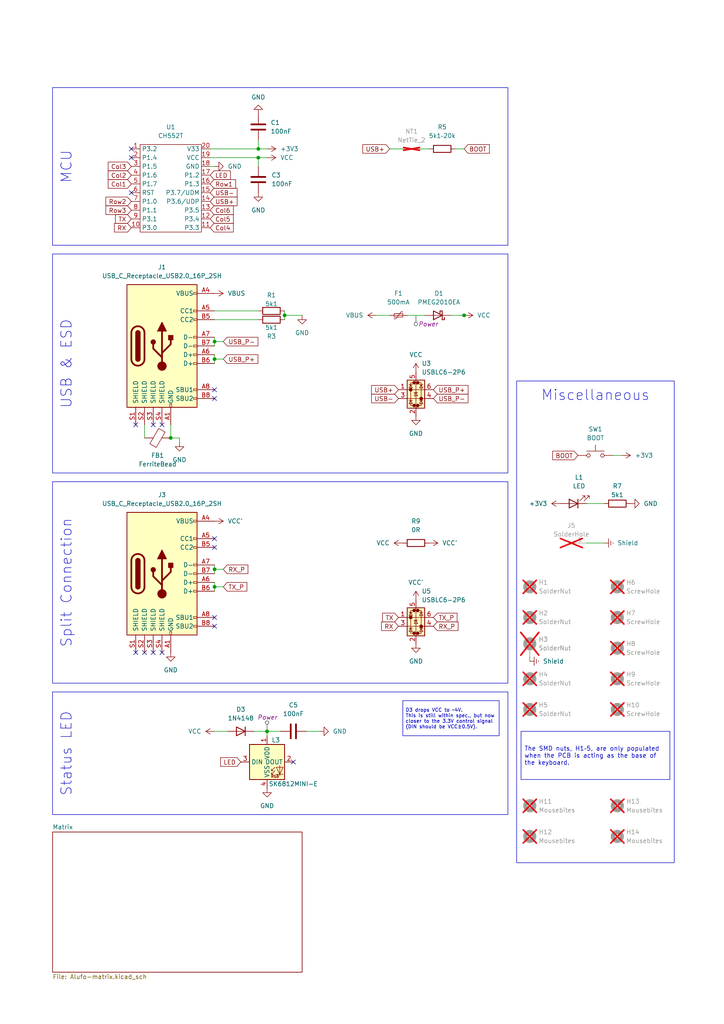
<source format=kicad_sch>
(kicad_sch (version 20231120) (generator "eeschema") (generator_version "8.0")
  (paper "A4" portrait)
  (title_block (title "Alufo ") (rev "1.0L") (company "bgkendall") (comment 1 "Split one-layer reversible keyboard PCB (lefthand side)"))
  (lib_symbols
    (symbol "Connector:Conn_01x01_Socket" (pin_names (offset 1.016) hide)
      (property "Reference" "J" (at 0 2.54 0))
      (property "Value" "Conn_01x01_Socket" (at 0 -2.54 0))
      (symbol "Conn_01x01_Socket_1_1"
        (polyline (pts (xy -1.27 0) (xy -0.508 0)) (stroke (width 0.1524)))
        (arc (start 0 0.508) (mid -0.5058 0) (end 0 -0.508) (stroke (width 0.1524)))
        (pin passive line (at -5.08 0 0) (length 3.81) (name "Pin_1") (number "1"))
      )
    )
    (symbol "Device:C" (pin_numbers hide) (pin_names (offset 0.254))
      (property "Reference" "C" (at 0.635 2.54 0))
      (property "Value" "C" (at 0.635 -2.54 0))
      (symbol "C_0_1"
        (polyline (pts (xy -2.032 -0.762) (xy 2.032 -0.762)) (stroke (width 0.508)))
        (polyline (pts (xy -2.032 0.762) (xy 2.032 0.762)) (stroke (width 0.508)))
      )
      (symbol "C_1_1"
        (pin passive line (at 0 3.81 270) (length 2.794) (name "~") (number "1"))
        (pin passive line (at 0 -3.81 90) (length 2.794) (name "~") (number "2"))
      )
    )
    (symbol "Device:D" (pin_numbers hide) (pin_names (offset 1.016) hide)
      (property "Reference" "D" (at 0 2.54 0))
      (property "Value" "D" (at 0 -2.54 0))
      (symbol "D_0_1"
        (polyline (pts (xy -1.27 1.27) (xy -1.27 -1.27)) (stroke (width 0.254)))
        (polyline (pts (xy 1.27 0) (xy -1.27 0)))
        (polyline (pts (xy 1.27 1.27) (xy 1.27 -1.27) (xy -1.27 0) (xy 1.27 1.27)) (stroke (width 0.254)))
      )
      (symbol "D_1_1"
        (pin passive line (at -3.81 0 0) (length 2.54) (name "K") (number "1"))
        (pin passive line (at 3.81 0 180) (length 2.54) (name "A") (number "2"))
      )
    )
    (symbol "Device:D_Schottky" (pin_numbers hide) (pin_names (offset 1.016) hide)
      (property "Reference" "D" (at 0 2.54 0))
      (property "Value" "D_Schottky" (at 0 -2.54 0))
      (symbol "D_Schottky_0_1"
        (polyline (pts (xy 1.27 0) (xy -1.27 0)))
        (polyline (pts (xy 1.27 1.27) (xy 1.27 -1.27) (xy -1.27 0) (xy 1.27 1.27)) (stroke (width 0.254)))
        (polyline (pts (xy -1.905 0.635) (xy -1.905 1.27) (xy -1.27 1.27) (xy -1.27 -1.27) (xy -0.635 -1.27) (xy -0.635 -0.635)) (stroke (width 0.254)))
      )
      (symbol "D_Schottky_1_1"
        (pin passive line (at -3.81 0 0) (length 2.54) (name "K") (number "1"))
        (pin passive line (at 3.81 0 180) (length 2.54) (name "A") (number "2"))
      )
    )
    (symbol "Device:FerriteBead" (pin_numbers hide) (pin_names (offset 0))
      (property "Reference" "FB" (at -3.81 0.635 90))
      (property "Value" "FerriteBead" (at 3.81 0 90))
      (symbol "FerriteBead_0_1"
        (polyline (pts (xy 0 -1.27) (xy 0 -1.2192)))
        (polyline (pts (xy 0 1.27) (xy 0 1.2954)))
        (polyline (pts (xy -2.7686 0.4064) (xy -1.7018 2.2606) (xy 2.7686 -0.3048) (xy 1.6764 -2.159) (xy -2.7686 0.4064)))
      )
      (symbol "FerriteBead_1_1"
        (pin passive line (at 0 3.81 270) (length 2.54) (name "~") (number "1"))
        (pin passive line (at 0 -3.81 90) (length 2.54) (name "~") (number "2"))
      )
    )
    (symbol "Device:LED" (pin_numbers hide) (pin_names (offset 1.016) hide)
      (property "Reference" "D" (at 0 2.54 0))
      (property "Value" "LED" (at 0 -2.54 0))
      (symbol "LED_0_1"
        (polyline (pts (xy -1.27 -1.27) (xy -1.27 1.27)) (stroke (width 0.254)))
        (polyline (pts (xy -1.27 0) (xy 1.27 0)))
        (polyline (pts (xy 1.27 -1.27) (xy 1.27 1.27) (xy -1.27 0) (xy 1.27 -1.27)) (stroke (width 0.254)))
        (polyline (pts (xy -3.048 -0.762) (xy -4.572 -2.286) (xy -3.81 -2.286) (xy -4.572 -2.286) (xy -4.572 -1.524)))
        (polyline (pts (xy -1.778 -0.762) (xy -3.302 -2.286) (xy -2.54 -2.286) (xy -3.302 -2.286) (xy -3.302 -1.524)))
      )
      (symbol "LED_1_1"
        (pin passive line (at -3.81 0 0) (length 2.54) (name "K") (number "1"))
        (pin passive line (at 3.81 0 180) (length 2.54) (name "A") (number "2"))
      )
    )
    (symbol "Device:NetTie_2" (pin_numbers hide) (pin_names (offset 0) hide) (in_bom no)
      (property "Reference" "NT" (at 0 1.27 0))
      (property "Value" "NetTie_2" (at 0 -1.27 0))
      (symbol "NetTie_2_0_1"
        (polyline (pts (xy -1.27 0) (xy 1.27 0)) (stroke (width 0.254)))
      )
      (symbol "NetTie_2_1_1"
        (pin passive line (at -2.54 0 0) (length 2.54) (name "1") (number "1"))
        (pin passive line (at 2.54 0 180) (length 2.54) (name "2") (number "2"))
      )
    )
    (symbol "Device:Polyfuse_Small" (pin_numbers hide) (pin_names (offset 0))
      (property "Reference" "F" (at -1.905 0 90))
      (property "Value" "Polyfuse_Small" (at 1.905 0 90))
      (symbol "Polyfuse_Small_0_1"
        (rectangle (start -0.508 1.27) (end 0.508 -1.27))
        (polyline (pts (xy 0 2.54) (xy 0 -2.54)))
        (polyline (pts (xy -1.016 1.27) (xy -1.016 0.762) (xy 1.016 -0.762) (xy 1.016 -1.27)))
      )
      (symbol "Polyfuse_Small_1_1"
        (pin passive line (at 0 2.54 270) (length 0.635) (name "~") (number "1"))
        (pin passive line (at 0 -2.54 90) (length 0.635) (name "~") (number "2"))
      )
    )
    (symbol "Device:R" (pin_numbers hide) (pin_names (offset 0))
      (property "Reference" "R" (at 2.032 0 90))
      (property "Value" "R" (at 0 0 90))
      (symbol "R_0_1"
        (rectangle (start -1.016 -2.54) (end 1.016 2.54) (stroke (width 0.254)))
      )
      (symbol "R_1_1"
        (pin passive line (at 0 3.81 270) (length 1.27) (name "~") (number "1"))
        (pin passive line (at 0 -3.81 90) (length 1.27) (name "~") (number "2"))
      )
    )
    (symbol "Mechanical:MountingHole" (pin_names (offset 1.016)) (exclude_from_sim yes) (in_bom no)
      (property "Reference" "H" (at 0 5.08 0))
      (property "Value" "MountingHole" (at 0 3.175 0))
      (symbol "MountingHole_0_1"
        (circle (center 0 0) (radius 1.27) (stroke (width 1.27)))
      )
    )
    (symbol "Mechanical:MountingHole_Pad" (pin_numbers hide) (pin_names (offset 1.016) hide) (exclude_from_sim yes) (in_bom no)
      (property "Reference" "H" (at 0 6.35 0))
      (property "Value" "MountingHole_Pad" (at 0 4.445 0))
      (symbol "MountingHole_Pad_0_1"
        (circle (center 0 1.27) (radius 1.27) (stroke (width 1.27)))
      )
      (symbol "MountingHole_Pad_1_1"
        (pin input line (at 0 -2.54 90) (length 2.54) (name "1") (number "1"))
      )
    )
    (symbol "PCM_marbastlib-various:SK6812MINI-E"
      (property "Reference" "LED" (at 2.54 6.35 0))
      (property "Value" "SK6812MINI-E" (at 7.62 -6.35 0))
      (symbol "SK6812MINI-E_0_0"
        (text "RGB" (at 2.286 -4.191 0) (effects (font (size 0.762 0.762))))
      )
      (symbol "SK6812MINI-E_0_1"
        (polyline (pts (xy 1.27 -3.556) (xy 1.778 -3.556)))
        (polyline (pts (xy 1.27 -2.54) (xy 1.778 -2.54)))
        (polyline (pts (xy 4.699 -3.556) (xy 2.667 -3.556)))
        (polyline (pts (xy 2.286 -2.54) (xy 1.27 -3.556) (xy 1.27 -3.048)))
        (polyline (pts (xy 2.286 -1.524) (xy 1.27 -2.54) (xy 1.27 -2.032)))
        (polyline (pts (xy 3.683 -1.016) (xy 3.683 -3.556) (xy 3.683 -4.064)))
        (polyline (pts (xy 4.699 -1.524) (xy 2.667 -1.524) (xy 3.683 -3.556) (xy 4.699 -1.524)))
        (rectangle (start 5.08 5.08) (end -5.08 -5.08) (stroke (width 0.254)) (fill (type background)))
      )
      (symbol "SK6812MINI-E_1_1"
        (pin power_in line (at 0 7.62 270) (length 2.54) (name "VDD") (number "1"))
        (pin output line (at 7.62 0 180) (length 2.54) (name "DOUT") (number "2"))
        (pin input line (at -7.62 0 0) (length 2.54) (name "DIN") (number "3"))
        (pin power_in line (at 0 -7.62 90) (length 2.54) (name "VSS") (number "4"))
      )
    )
    (symbol "Power_Protection:USBLC6-2P6" (pin_names hide)
      (property "Reference" "U" (at 0.635 5.715 0))
      (property "Value" "USBLC6-2P6" (at 0.635 3.81 0))
      (symbol "USBLC6-2P6_0_0"
        (circle (center -1.524 0) (radius 0.0001) (stroke (width 0.508)))
        (circle (center -0.508 -4.572) (radius 0.0001) (stroke (width 0.508)))
        (circle (center -0.508 2.032) (radius 0.0001) (stroke (width 0.508)))
        (circle (center 0.508 -4.572) (radius 0.0001) (stroke (width 0.508)))
        (circle (center 0.508 2.032) (radius 0.0001) (stroke (width 0.508)))
        (circle (center 1.524 -2.54) (radius 0.0001) (stroke (width 0.508)))
      )
      (symbol "USBLC6-2P6_0_1"
        (polyline (pts (xy -2.54 -2.54) (xy 2.54 -2.54)))
        (polyline (pts (xy -2.54 0) (xy 2.54 0)))
        (polyline (pts (xy -2.032 -3.048) (xy -1.016 -3.048)))
        (polyline (pts (xy -1.016 1.524) (xy -2.032 1.524)))
        (polyline (pts (xy 1.016 -3.048) (xy 2.032 -3.048)))
        (polyline (pts (xy 1.016 1.524) (xy 2.032 1.524)))
        (polyline (pts (xy -0.508 -1.143) (xy -0.508 -0.762) (xy 0.508 -0.762)))
        (polyline (pts (xy -2.032 0.508) (xy -1.016 0.508) (xy -1.524 1.524) (xy -2.032 0.508)))
        (polyline (pts (xy -1.016 -4.064) (xy -2.032 -4.064) (xy -1.524 -3.048) (xy -1.016 -4.064)))
        (polyline (pts (xy 0.508 -1.778) (xy -0.508 -1.778) (xy 0 -0.762) (xy 0.508 -1.778)))
        (polyline (pts (xy 2.032 -4.064) (xy 1.016 -4.064) (xy 1.524 -3.048) (xy 2.032 -4.064)))
        (polyline (pts (xy 2.032 0.508) (xy 1.016 0.508) (xy 1.524 1.524) (xy 2.032 0.508)))
        (polyline (pts (xy 0 2.54) (xy -0.508 2.032) (xy 0.508 2.032) (xy 0 1.524) (xy 0 -4.064) (xy -0.508 -4.572) (xy 0.508 -4.572) (xy 0 -5.08)))
      )
      (symbol "USBLC6-2P6_1_1"
        (rectangle (start -2.54 2.794) (end 2.54 -5.334) (stroke (width 0.254)) (fill (type background)))
        (polyline (pts (xy -0.508 2.032) (xy -1.524 2.032) (xy -1.524 -4.572) (xy -0.508 -4.572)))
        (polyline (pts (xy 0.508 -4.572) (xy 1.524 -4.572) (xy 1.524 2.032) (xy 0.508 2.032)))
        (pin passive line (at -5.08 0 0) (length 2.54) (name "I/O1") (number "1"))
        (pin passive line (at 0 -7.62 90) (length 2.54) (name "GND") (number "2"))
        (pin passive line (at -5.08 -2.54 0) (length 2.54) (name "I/O2") (number "3"))
        (pin passive line (at 5.08 -2.54 180) (length 2.54) (name "I/O2") (number "4"))
        (pin passive line (at 0 5.08 270) (length 2.54) (name "VBUS") (number "5"))
        (pin passive line (at 5.08 0 180) (length 2.54) (name "I/O1") (number "6"))
      )
    )
    (symbol "Project Library:MCU_CH552T_TSSOP-20"
      (property "Reference" "U1" (at 0.254 13.97 0))
      (property "Value" "CH552T" (at 0.254 11.43 0))
      (symbol "MCU_CH552T_TSSOP-20_0_1"
        (rectangle (start -8.89 10.16) (end 8.89 -15.24))
      )
      (symbol "MCU_CH552T_TSSOP-20_1_1"
        (pin input line (at -11.43 8.89 0) (length 2.54) (name "P3.2") (number "1"))
        (pin input line (at -11.43 -13.97 0) (length 2.54) (name "P3.0") (number "10"))
        (pin input line (at 11.43 -13.97 180) (length 2.54) (name "P3.3") (number "11"))
        (pin input line (at 11.43 -11.43 180) (length 2.54) (name "P3.4") (number "12"))
        (pin input line (at 11.43 -8.89 180) (length 2.54) (name "P3.5") (number "13"))
        (pin input line (at 11.43 -6.35 180) (length 2.54) (name "P3.6/UDP") (number "14"))
        (pin input line (at 11.43 -3.81 180) (length 2.54) (name "P3.7/UDM") (number "15"))
        (pin input line (at 11.43 -1.27 180) (length 2.54) (name "P1.3") (number "16"))
        (pin input line (at 11.43 1.27 180) (length 2.54) (name "P1.2") (number "17"))
        (pin input line (at 11.43 3.81 180) (length 2.54) (name "GND") (number "18"))
        (pin input line (at 11.43 6.35 180) (length 2.54) (name "VCC") (number "19"))
        (pin input line (at -11.43 6.35 0) (length 2.54) (name "P1.4") (number "2"))
        (pin input line (at 11.43 8.89 180) (length 2.54) (name "V33") (number "20"))
        (pin input line (at -11.43 3.81 0) (length 2.54) (name "P1.5") (number "3"))
        (pin input line (at -11.43 1.27 0) (length 2.54) (name "P1.6") (number "4"))
        (pin input line (at -11.43 -1.27 0) (length 2.54) (name "P1.7") (number "5"))
        (pin input line (at -11.43 -3.81 0) (length 2.54) (name "RST") (number "6"))
        (pin input line (at -11.43 -6.35 0) (length 2.54) (name "P1.0") (number "7"))
        (pin input line (at -11.43 -8.89 0) (length 2.54) (name "P1.1") (number "8"))
        (pin input line (at -11.43 -11.43 0) (length 2.54) (name "P3.1") (number "9"))
      )
    )
    (symbol "Project Library:USB_C_Receptacle_USB2.0_16P_2SH" (pin_names (offset 1.016))
      (property "Reference" "J" (at 0 22.225 0))
      (property "Value" "USB_C_Receptacle_USB2.0_16P_2SH" (at 0 19.685 0))
      (symbol "USB_C_Receptacle_USB2.0_16P_2SH_0_0"
        (rectangle (start 2.286 -17.78) (end 2.794 -16.764))
        (rectangle (start 10.16 -14.986) (end 9.144 -15.494))
        (rectangle (start 10.16 -12.446) (end 9.144 -12.954))
        (rectangle (start 10.16 -4.826) (end 9.144 -5.334))
        (rectangle (start 10.16 -2.286) (end 9.144 -2.794))
        (rectangle (start 10.16 0.254) (end 9.144 -0.254))
        (rectangle (start 10.16 2.794) (end 9.144 2.286))
        (rectangle (start 10.16 7.874) (end 9.144 7.366))
        (rectangle (start 10.16 10.414) (end 9.144 9.906))
        (rectangle (start 10.16 15.494) (end 9.144 14.986))
      )
      (symbol "USB_C_Receptacle_USB2.0_16P_2SH_0_1"
        (rectangle (start -10.16 17.78) (end 10.16 -17.78) (stroke (width 0.254)) (fill (type background)))
        (arc (start -8.89 -3.81) (mid -6.985 -5.7067) (end -5.08 -3.81) (stroke (width 0.508)))
        (arc (start -7.62 -3.81) (mid -6.985 -4.4423) (end -6.35 -3.81) (stroke (width 0.254)))
        (arc (start -7.62 -3.81) (mid -6.985 -4.4423) (end -6.35 -3.81) (stroke (width 0.254)) (fill (type outline)))
        (rectangle (start -7.62 -3.81) (end -6.35 3.81) (stroke (width 0.254)) (fill (type outline)))
        (arc (start -6.35 3.81) (mid -6.985 4.4423) (end -7.62 3.81) (stroke (width 0.254)))
        (arc (start -6.35 3.81) (mid -6.985 4.4423) (end -7.62 3.81) (stroke (width 0.254)) (fill (type outline)))
        (arc (start -5.08 3.81) (mid -6.985 5.7067) (end -8.89 3.81) (stroke (width 0.508)))
        (circle (center -2.54 1.143) (radius 0.635) (stroke (width 0.254)) (fill (type outline)))
        (circle (center 0 -5.842) (radius 1.27) (fill (type outline)))
        (polyline (pts (xy -8.89 -3.81) (xy -8.89 3.81)) (stroke (width 0.508)))
        (polyline (pts (xy -5.08 3.81) (xy -5.08 -3.81)) (stroke (width 0.508)))
        (polyline (pts (xy 0 -5.842) (xy 0 4.318)) (stroke (width 0.508)))
        (polyline (pts (xy 0 -3.302) (xy -2.54 -0.762) (xy -2.54 0.508)) (stroke (width 0.508)))
        (polyline (pts (xy 0 -2.032) (xy 2.54 0.508) (xy 2.54 1.778)) (stroke (width 0.508)))
        (polyline (pts (xy -1.27 4.318) (xy 0 6.858) (xy 1.27 4.318) (xy -1.27 4.318)) (stroke (width 0.254)) (fill (type outline)))
        (rectangle (start 1.905 1.778) (end 3.175 3.048) (stroke (width 0.254)) (fill (type outline)))
      )
      (symbol "USB_C_Receptacle_USB2.0_16P_2SH_1_1"
        (pin passive line (at 2.54 -22.86 90) (length 5.08) (name "GND") (number "A1"))
        (pin passive line (at 2.54 -22.86 90) (length 5.08) hide (name "GND") (number "A12"))
        (pin passive line (at 15.24 15.24 180) (length 5.08) (name "VBUS") (number "A4"))
        (pin bidirectional line (at 15.24 10.16 180) (length 5.08) (name "CC1") (number "A5"))
        (pin bidirectional line (at 15.24 -2.54 180) (length 5.08) (name "D+") (number "A6"))
        (pin bidirectional line (at 15.24 2.54 180) (length 5.08) (name "D-") (number "A7"))
        (pin bidirectional line (at 15.24 -12.7 180) (length 5.08) (name "SBU1") (number "A8"))
        (pin passive line (at 15.24 15.24 180) (length 5.08) hide (name "VBUS") (number "A9"))
        (pin passive line (at 2.54 -22.86 90) (length 5.08) hide (name "GND") (number "B1"))
        (pin passive line (at 2.54 -22.86 90) (length 5.08) hide (name "GND") (number "B12"))
        (pin passive line (at 15.24 15.24 180) (length 5.08) hide (name "VBUS") (number "B4"))
        (pin bidirectional line (at 15.24 7.62 180) (length 5.08) (name "CC2") (number "B5"))
        (pin bidirectional line (at 15.24 -5.08 180) (length 5.08) (name "D+") (number "B6"))
        (pin bidirectional line (at 15.24 0 180) (length 5.08) (name "D-") (number "B7"))
        (pin bidirectional line (at 15.24 -15.24 180) (length 5.08) (name "SBU2") (number "B8"))
        (pin passive line (at 15.24 15.24 180) (length 5.08) hide (name "VBUS") (number "B9"))
        (pin passive line (at -7.62 -22.86 90) (length 5.08) (name "SHIELD") (number "S1"))
        (pin passive line (at -5.08 -22.86 90) (length 5.08) (name "SHIELD") (number "S2"))
        (pin passive line (at -2.54 -22.86 90) (length 5.08) (name "SHIELD") (number "S3"))
        (pin passive line (at 0 -22.86 90) (length 5.08) (name "SHIELD") (number "S4"))
      )
    )
    (symbol "Switch:SW_Push" (pin_numbers hide) (pin_names (offset 1.016) hide)
      (property "Reference" "SW" (at 1.27 2.54 0))
      (property "Value" "SW_Push" (at 0 -1.524 0))
      (symbol "SW_Push_0_1"
        (circle (center -2.032 0) (radius 0.508))
        (polyline (pts (xy 0 1.27) (xy 0 3.048)))
        (polyline (pts (xy 2.54 1.27) (xy -2.54 1.27)))
        (circle (center 2.032 0) (radius 0.508))
        (pin passive line (at -5.08 0 0) (length 2.54) (name "1") (number "1"))
        (pin passive line (at 5.08 0 180) (length 2.54) (name "2") (number "2"))
      )
    )
    (symbol "power:+3V3" (power) (pin_names (offset 0))
      (property "Value" "+3V3" (at 0 3.556 0))
      (symbol "+3V3_0_1"
        (polyline (pts (xy -0.762 1.27) (xy 0 2.54)))
        (polyline (pts (xy 0 0) (xy 0 2.54)))
        (polyline (pts (xy 0 2.54) (xy 0.762 1.27)))
      )
      (symbol "+3V3_1_1"
        (pin power_in line (at 0 0 90) (length 0) hide (name "+3V3") (number "1"))
      )
    )
    (symbol "power:Earth" (power) (pin_numbers hide) (pin_names (offset 0) hide)
      (property "Value" "Earth" (at 0 -3.81 0))
      (symbol "Earth_0_1"
        (polyline (pts (xy -0.635 -1.905) (xy 0.635 -1.905)))
        (polyline (pts (xy -0.127 -2.54) (xy 0.127 -2.54)))
        (polyline (pts (xy 0 -1.27) (xy 0 0)))
        (polyline (pts (xy 1.27 -1.27) (xy -1.27 -1.27)))
      )
      (symbol "Earth_1_1"
        (pin power_in line (at 0 0 270) (length 0) (name "~") (number "1"))
      )
    )
    (symbol "power:GND" (power) (pin_numbers hide) (pin_names (offset 0) hide)
      (property "Value" "GND" (at 0 -3.81 0))
      (symbol "GND_0_1"
        (polyline (pts (xy 0 0) (xy 0 -1.27) (xy 1.27 -1.27) (xy 0 -2.54) (xy -1.27 -1.27) (xy 0 -1.27)))
      )
      (symbol "GND_1_1"
        (pin power_in line (at 0 0 270) (length 0) (name "~") (number "1"))
      )
    )
    (symbol "power:VBUS" (power) (pin_names (offset 0))
      (property "Value" "VBUS" (at 0 3.81 0))
      (symbol "VBUS_0_1"
        (polyline (pts (xy -0.762 1.27) (xy 0 2.54)))
        (polyline (pts (xy 0 0) (xy 0 2.54)))
        (polyline (pts (xy 0 2.54) (xy 0.762 1.27)))
      )
      (symbol "VBUS_1_1"
        (pin power_in line (at 0 0 90) (length 0) hide (name "VBUS") (number "1"))
      )
    )
    (symbol "power:VCC" (power) (pin_names (offset 0))
      (property "Value" "VCC" (at 0 3.81 0))
      (symbol "VCC_0_1"
        (polyline (pts (xy -0.762 1.27) (xy 0 2.54)))
        (polyline (pts (xy 0 0) (xy 0 2.54)))
        (polyline (pts (xy 0 2.54) (xy 0.762 1.27)))
      )
      (symbol "VCC_1_1"
        (pin power_in line (at 0 0 90) (length 0) hide (name "VCC") (number "1"))
      )
    )
  )
  (junction (at 62.23 165.1))
  (junction (at 62.23 170.18))
  (junction (at 74.93 45.72))
  (junction (at 82.55 91.44))
  (junction (at 62.23 104.14))
  (junction (at 74.93 43.18))
  (junction (at 134.62 91.44))
  (junction (at 62.23 99.06))
  (junction (at 49.53 127))
  (junction (at 77.47 212.09))
  (no_connect (at 44.45 123.19))
  (no_connect (at 62.23 156.21))
  (no_connect (at 62.23 181.61))
  (no_connect (at 38.1 55.88))
  (no_connect (at 62.23 115.57))
  (no_connect (at 62.23 113.03))
  (no_connect (at 39.37 189.23))
  (no_connect (at 38.1 43.18))
  (no_connect (at 85.09 220.98))
  (no_connect (at 46.99 123.19))
  (no_connect (at 44.45 189.23))
  (no_connect (at 41.91 189.23))
  (no_connect (at 62.23 158.75))
  (no_connect (at 38.1 45.72))
  (no_connect (at 39.37 123.19))
  (no_connect (at 62.23 179.07))
  (no_connect (at 46.99 189.23))
  (wire (pts (xy 62.23 168.91) (xy 62.23 170.18)))
  (wire (pts (xy 170.18 157.48) (xy 175.26 157.48)))
  (wire (pts (xy 64.77 99.06) (xy 62.23 99.06)))
  (wire (pts (xy 62.23 97.79) (xy 62.23 99.06)))
  (wire (pts (xy 62.23 99.06) (xy 62.23 100.33)))
  (wire (pts (xy 41.91 123.19) (xy 41.91 127)))
  (wire (pts (xy 180.34 132.08) (xy 177.8 132.08)))
  (wire (pts (xy 130.81 91.44) (xy 134.62 91.44)))
  (wire (pts (xy 153.67 191.77) (xy 153.67 190.5)))
  (wire (pts (xy 81.28 212.09) (xy 77.47 212.09)))
  (wire (pts (xy 82.55 90.17) (xy 82.55 91.44)))
  (wire (pts (xy 87.63 91.44) (xy 82.55 91.44)))
  (wire (pts (xy 74.93 45.72) (xy 77.47 45.72)))
  (wire (pts (xy 74.93 48.26) (xy 74.93 45.72)))
  (wire (pts (xy 134.62 91.44) (xy 135.128 91.44)))
  (wire (pts (xy 109.22 91.44) (xy 113.03 91.44)))
  (wire (pts (xy 60.96 43.18) (xy 74.93 43.18)))
  (wire (pts (xy 62.23 165.1) (xy 62.23 166.37)))
  (wire (pts (xy 74.93 92.71) (xy 62.23 92.71)))
  (wire (pts (xy 132.08 43.18) (xy 134.62 43.18)))
  (wire (pts (xy 52.07 127) (xy 52.07 128.27)))
  (wire (pts (xy 62.23 104.14) (xy 62.23 105.41)))
  (wire (pts (xy 64.77 170.18) (xy 62.23 170.18)))
  (wire (pts (xy 62.23 163.83) (xy 62.23 165.1)))
  (wire (pts (xy 52.07 127) (xy 49.53 127)))
  (wire (pts (xy 60.96 48.26) (xy 62.23 48.26)))
  (wire (pts (xy 73.66 212.09) (xy 77.47 212.09)))
  (wire (pts (xy 121.92 43.18) (xy 124.46 43.18)))
  (wire (pts (xy 62.23 170.18) (xy 62.23 171.45)))
  (wire (pts (xy 62.23 212.09) (xy 66.04 212.09)))
  (wire (pts (xy 113.03 43.18) (xy 116.84 43.18)))
  (wire (pts (xy 170.18 146.05) (xy 175.26 146.05)))
  (wire (pts (xy 62.23 102.87) (xy 62.23 104.14)))
  (wire (pts (xy 82.55 91.44) (xy 82.55 92.71)))
  (wire (pts (xy 83.82 220.98) (xy 82.55 220.98)))
  (wire (pts (xy 64.77 165.1) (xy 62.23 165.1)))
  (wire (pts (xy 74.93 90.17) (xy 62.23 90.17)))
  (wire (pts (xy 118.11 91.44) (xy 123.19 91.44)))
  (wire (pts (xy 77.47 212.09) (xy 77.47 213.36)))
  (wire (pts (xy 49.53 123.19) (xy 49.53 127)))
  (wire (pts (xy 74.93 43.18) (xy 77.47 43.18)))
  (wire (pts (xy 60.96 45.72) (xy 74.93 45.72)))
  (wire (pts (xy 74.93 40.64) (xy 74.93 43.18)))
  (wire (pts (xy 92.71 212.09) (xy 88.9 212.09)))
  (wire (pts (xy 64.77 104.14) (xy 62.23 104.14)))
  (text_box "MCU" (at 15.24 25.4 90) (size 132.08 45.72) (effects (font (size 3 3)) (justify top)))
  (text_box "Miscellaneous" (at 149.86 110.49 0) (size 45.72 139.7) (effects (font (size 3 3)) (justify top)))
  (text_box "The SMD nuts, H1–5, are only populated when the PCB is acting as the base of the keyboard." (at 151.13 212.09 0) (size 43.18 13.97) (effects (font (size 1.27 1.27)) (justify left)))
  (text_box "Split Connection" (at 15.24 139.7 90) (size 132.08 58.42) (effects (font (size 3 3)) (justify top)))
  (text_box "USB & ESD" (at 15.24 73.66 90) (size 132.08 63.5) (effects (font (size 3 3)) (justify top)))
  (text_box "D3 drops VCC to ~4V.\nThis is still within spec., but now\ncloser to the 3.3V control signal\n(DIN should be VCC±0.5V)." (at 116.84 203.2 0) (size 27.94 10.16) (effects (font (size 1 1)) (justify left)))
  (text_box "Status LED" (at 15.24 200.66 90) (size 132.08 35.56) (effects (font (size 3 3)) (justify top)))
  (global_label "USB-" (shape input) (at 115.57 115.57 180) (property "Intersheetrefs" "${INTERSHEET_REFS}" (effects (hide yes))))
  (global_label "USB+" (shape input) (at 115.57 113.03 180) (property "Intersheetrefs" "${INTERSHEET_REFS}" (effects (hide yes))))
  (global_label "Col1" (shape input) (at 38.1 53.34 180) (property "Intersheetrefs" "${INTERSHEET_REFS}" (effects (hide yes))))
  (global_label "TX_P" (shape input) (at 125.73 179.07 0) (property "Intersheetrefs" "${INTERSHEET_REFS}" (effects (hide yes))))
  (global_label "Col5" (shape input) (at 60.96 63.5 0) (property "Intersheetrefs" "${INTERSHEET_REFS}" (effects (hide yes))))
  (global_label "USB+" (shape input) (at 60.96 58.42 0) (property "Intersheetrefs" "${INTERSHEET_REFS}" (effects (hide yes))))
  (global_label "Row3" (shape input) (at 38.1 60.96 180) (property "Intersheetrefs" "${INTERSHEET_REFS}" (effects (hide yes))))
  (global_label "USB_P-" (shape input) (at 125.73 115.57 0) (property "Intersheetrefs" "${INTERSHEET_REFS}" (effects (hide yes))))
  (global_label "LED" (shape input) (at 60.96 50.8 0) (property "Intersheetrefs" "${INTERSHEET_REFS}" (effects (hide yes))))
  (global_label "Row2" (shape input) (at 38.1 58.42 180) (property "Intersheetrefs" "${INTERSHEET_REFS}" (effects (hide yes))))
  (global_label "Col3" (shape input) (at 38.1 48.26 180) (property "Intersheetrefs" "${INTERSHEET_REFS}" (effects (hide yes))))
  (global_label "Col2" (shape input) (at 38.1 50.8 180) (property "Intersheetrefs" "${INTERSHEET_REFS}" (effects (hide yes))))
  (global_label "BOOT" (shape input) (at 134.62 43.18 0) (property "Intersheetrefs" "${INTERSHEET_REFS}" (effects (hide yes))))
  (global_label "RX_P" (shape input) (at 64.77 165.1 0) (property "Intersheetrefs" "${INTERSHEET_REFS}" (effects (hide yes))))
  (global_label "USB_P-" (shape input) (at 64.77 99.06 0) (property "Intersheetrefs" "${INTERSHEET_REFS}" (effects (hide yes))))
  (global_label "USB_P+" (shape input) (at 125.73 113.03 0) (property "Intersheetrefs" "${INTERSHEET_REFS}" (effects (hide yes))))
  (global_label "TX" (shape input) (at 38.1 63.5 180) (property "Intersheetrefs" "${INTERSHEET_REFS}" (effects (hide yes))))
  (global_label "USB+" (shape input) (at 113.03 43.18 180) (property "Intersheetrefs" "${INTERSHEET_REFS}" (effects (hide yes))))
  (global_label "Col4" (shape input) (at 60.96 66.04 0) (property "Intersheetrefs" "${INTERSHEET_REFS}" (effects (hide yes))))
  (global_label "RX" (shape input) (at 115.57 181.61 180) (property "Intersheetrefs" "${INTERSHEET_REFS}" (effects (hide yes))))
  (global_label "TX" (shape input) (at 115.57 179.07 180) (property "Intersheetrefs" "${INTERSHEET_REFS}" (effects (hide yes))))
  (global_label "Col6" (shape input) (at 60.96 60.96 0) (property "Intersheetrefs" "${INTERSHEET_REFS}" (effects (hide yes))))
  (global_label "USB_P+" (shape input) (at 64.77 104.14 0) (property "Intersheetrefs" "${INTERSHEET_REFS}" (effects (hide yes))))
  (global_label "USB-" (shape input) (at 60.96 55.88 0) (property "Intersheetrefs" "${INTERSHEET_REFS}" (effects (hide yes))))
  (global_label "LED" (shape input) (at 69.85 220.98 180) (property "Intersheetrefs" "${INTERSHEET_REFS}" (effects (hide yes))))
  (global_label "TX_P" (shape input) (at 64.77 170.18 0) (property "Intersheetrefs" "${INTERSHEET_REFS}" (effects (hide yes))))
  (global_label "RX" (shape input) (at 38.1 66.04 180) (property "Intersheetrefs" "${INTERSHEET_REFS}" (effects (hide yes))))
  (global_label "BOOT" (shape input) (at 167.64 132.08 180) (property "Intersheetrefs" "${INTERSHEET_REFS}" (effects (hide yes))))
  (global_label "Row1" (shape input) (at 60.96 53.34 0) (property "Intersheetrefs" "${INTERSHEET_REFS}" (effects (hide yes))))
  (global_label "RX_P" (shape input) (at 125.73 181.61 0) (property "Intersheetrefs" "${INTERSHEET_REFS}" (effects (hide yes))))
  (netclass_flag "" (length 2.54) (shape round) (at 120.65 91.44 180) (property "Netclass" "Power" (at 121.3485 93.98 0) (effects (font (italic yes)) (justify left))))
  (netclass_flag "" (length 2.54) (shape round) (at 77.47 212.09 0) (property "Netclass" "Power" (at 74.676 208.026 0) (effects (font (italic yes)) (justify left))))
  (symbol (lib_id "Device:C") (at 74.93 36.83 180) (unit 1)
    (property "Reference" "C1" (at 78.486 35.56 0) (effects (justify right)))
    (property "Value" "100nF" (at 78.486 38.1 0) (effects (justify right)))
    (property "Footprint" "Capacitor_SMD:C_0603_1608Metric" (effects (hide yes)))
    (property "LCSC" "C66501" (effects (hide yes)))
    (property "DigiKey" "1276-1005" (effects (hide yes)))
  )
  (symbol (lib_id "Mechanical:MountingHole") (at 153.67 242.57 0) (unit 1) (exclude_from_sim yes) (in_bom no) (dnp yes)
    (property "Reference" "H12" (at 156.21 241.2999 0) (effects (justify left)))
    (property "Value" "Mousebites" (at 156.21 243.8399 0) (effects (justify left)))
    (property "Footprint" "Project Library:Mousebites" (effects (hide yes)))
    (property "Description" "Mounting Hole without connection" (effects (hide yes)))
  )
  (symbol (lib_id "Mechanical:MountingHole") (at 153.67 179.07 0) (unit 1) (exclude_from_sim yes) (dnp yes)
    (property "Reference" "H2" (at 156.21 177.7999 0) (effects (justify left)))
    (property "Value" "SolderNut" (at 156.21 180.3399 0) (effects (justify left)))
    (property "Footprint" "Project Library:MountingHole_2.2mm_M2_SMD_Solder_Nut" (effects (hide yes)))
    (property "Description" "Mounting Hole without connection" (effects (hide yes)))
  )
  (symbol (lib_id "Mechanical:MountingHole") (at 179.07 205.74 0) (unit 1) (exclude_from_sim yes) (in_bom no) (dnp yes)
    (property "Reference" "H10" (at 181.61 204.4699 0) (effects (justify left)))
    (property "Value" "ScrewHole" (at 181.61 207.0099 0) (effects (justify left)))
    (property "Footprint" "MountingHole:MountingHole_2.2mm_M2" (effects (hide yes)))
    (property "Description" "Mounting Hole without connection" (effects (hide yes)))
  )
  (symbol (lib_id "Device:Polyfuse_Small") (at 115.57 91.44 90) (unit 1)
    (property "Reference" "F1" (at 115.57 85.09 90))
    (property "Value" "500mA" (at 115.57 87.63 90))
    (property "Footprint" "Fuse:Fuse_0603_1608Metric" (effects (hide yes)))
    (property "LCSC" "C210357" (effects (hide yes)))
    (property "DigiKey" "MF-FSMF050X" (effects (hide yes)))
  )
  (symbol (lib_id "power:VBUS") (at 109.22 91.44 90) (unit 1)
    (property "Reference" "#PWR04" (effects (hide yes)))
    (property "Value" "VBUS" (at 105.41 91.4399 90) (effects (justify left)))
  )
  (symbol (lib_id "Mechanical:MountingHole") (at 153.67 170.18 0) (unit 1) (exclude_from_sim yes) (dnp yes)
    (property "Reference" "H1" (at 156.21 168.9099 0) (effects (justify left)))
    (property "Value" "SolderNut" (at 156.21 171.4499 0) (effects (justify left)))
    (property "Footprint" "Project Library:MountingHole_2.2mm_M2_SMD_Solder_Nut" (effects (hide yes)))
    (property "Description" "Mounting Hole without connection" (effects (hide yes)))
  )
  (symbol (lib_id "Mechanical:MountingHole_Pad") (at 153.67 187.96 0) (unit 1) (exclude_from_sim yes) (dnp yes)
    (property "Reference" "H3" (at 156.21 185.4199 0) (effects (justify left)))
    (property "Value" "SolderNut" (at 156.21 187.9599 0) (effects (justify left)))
    (property "Footprint" "Project Library:MountingHole_2.2mm_M2_SMD_Solder_Nut_Pad" (effects (hide yes)))
    (property "Description" "Mounting Hole with connection" (effects (hide yes)))
  )
  (symbol (lib_id "Mechanical:MountingHole") (at 179.07 179.07 0) (unit 1) (exclude_from_sim yes) (in_bom no) (dnp yes)
    (property "Reference" "H7" (at 181.61 177.7999 0) (effects (justify left)))
    (property "Value" "ScrewHole" (at 181.61 180.3399 0) (effects (justify left)))
    (property "Footprint" "MountingHole:MountingHole_2.2mm_M2" (effects (hide yes)))
    (property "Description" "Mounting Hole without connection" (effects (hide yes)))
  )
  (symbol (lib_id "Device:LED") (at 166.37 146.05 180) (unit 1)
    (property "Reference" "L1" (at 167.9575 138.43 0))
    (property "Value" "LED" (at 167.9575 140.97 0))
    (property "Footprint" "Project Library:LED_0805_2012Metric_Mod" (effects (hide yes)))
    (property "Description" "Light emitting diode" (effects (hide yes)))
    (property "LCSC" "C965818" (effects (hide yes)))
  )
  (symbol (lib_id "power:VCC") (at 62.23 151.13 270) (unit 1)
    (property "Reference" "#PWR016" (effects (hide yes)))
    (property "Value" "VCC'" (at 66.04 151.1299 90) (effects (justify left)))
  )
  (symbol (lib_id "Project Library:MCU_CH552T_TSSOP-20") (at 49.53 52.07 0) (unit 1)
    (property "Reference" "U1" (at 49.53 36.83 0))
    (property "Value" "CH552T" (at 49.53 39.37 0))
    (property "Footprint" "Package_SO:TSSOP-20_4.4x6.5mm_P0.65mm" (effects (hide yes)))
    (property "Datasheet" "https://www.wch-ic.com/downloads/file/309.html" (effects (hide yes)))
    (property "LCSC" "C111367" (effects (hide yes)))
  )
  (symbol (lib_id "Device:C") (at 85.09 212.09 90) (unit 1)
    (property "Reference" "C5" (at 85.09 204.47 90))
    (property "Value" "100nF" (at 85.09 207.01 90))
    (property "Footprint" "Capacitor_SMD:C_0603_1608Metric" (effects (hide yes)))
    (property "LCSC" "C66501" (effects (hide yes)))
    (property "DigiKey" "1276-1005" (effects (hide yes)))
  )
  (symbol (lib_id "Mechanical:MountingHole") (at 179.07 187.96 0) (unit 1) (exclude_from_sim yes) (in_bom no) (dnp yes)
    (property "Reference" "H8" (at 181.61 186.6899 0) (effects (justify left)))
    (property "Value" "ScrewHole" (at 181.61 189.2299 0) (effects (justify left)))
    (property "Footprint" "MountingHole:MountingHole_2.2mm_M2" (effects (hide yes)))
    (property "Description" "Mounting Hole without connection" (effects (hide yes)))
  )
  (symbol (lib_id "power:VCC") (at 120.65 173.99 0) (unit 1)
    (property "Reference" "#PWR02" (effects (hide yes)))
    (property "Value" "VCC'" (at 120.65 168.91 0))
  )
  (symbol (lib_id "Device:D_Schottky") (at 127 91.44 180) (unit 1)
    (property "Reference" "D1" (at 127.3175 85.09 0))
    (property "Value" "PMEG2010EA" (at 127.3175 87.63 0))
    (property "Footprint" "Diode_SMD:D_SOD-323" (effects (hide yes)))
    (property "LCSC" "C193668" (effects (hide yes)))
    (property "DigiKey" "1727-4326" (effects (hide yes)))
  )
  (symbol (lib_id "power:VBUS") (at 62.23 85.09 270) (unit 1)
    (property "Reference" "#PWR00" (effects (hide yes)))
    (property "Value" "VBUS" (at 66.04 85.0899 90) (effects (justify left)))
  )
  (symbol (lib_id "Device:FerriteBead") (at 45.72 127 90) (unit 1)
    (property "Reference" "FB1" (at 45.72 132.08 90))
    (property "Value" "FerriteBead" (at 45.72 134.62 90))
    (property "Footprint" "Inductor_SMD:L_0805_2012Metric" (effects (hide yes)))
    (property "Description" "Ferrite bead" (effects (hide yes)))
    (property "LCSC" "C20416196" (effects (hide yes)))
  )
  (symbol (lib_id "Mechanical:MountingHole") (at 153.67 233.68 0) (unit 1) (exclude_from_sim yes) (in_bom no) (dnp yes)
    (property "Reference" "H11" (at 156.21 232.4099 0) (effects (justify left)))
    (property "Value" "Mousebites" (at 156.21 234.9499 0) (effects (justify left)))
    (property "Footprint" "Project Library:Mousebites" (effects (hide yes)))
    (property "Description" "Mounting Hole without connection" (effects (hide yes)))
  )
  (symbol (lib_id "power:+3V3") (at 77.47 43.18 270) (unit 1)
    (property "Reference" "#PWR011" (effects (hide yes)))
    (property "Value" "+3V3" (at 81.28 43.18 90) (effects (justify left)))
  )
  (symbol (lib_id "Mechanical:MountingHole") (at 179.07 242.57 0) (unit 1) (exclude_from_sim yes) (in_bom no) (dnp yes)
    (property "Reference" "H14" (at 181.61 241.2999 0) (effects (justify left)))
    (property "Value" "Mousebites" (at 181.61 243.8399 0) (effects (justify left)))
    (property "Footprint" "Project Library:Mousebites" (effects (hide yes)))
    (property "Description" "Mounting Hole without connection" (effects (hide yes)))
  )
  (symbol (lib_id "PCM_marbastlib-various:SK6812MINI-E") (at 77.47 220.98 0) (unit 1)
    (property "Reference" "L3" (at 80.01 214.63 0))
    (property "Value" "SK6812MINI-E" (at 85.09 227.33 0))
    (property "Footprint" "PCM_marbastlib-various:LED_6028R" (effects (hide yes)))
    (property "Description" "Reverse mount adressable LED (WS2812 protocol)" (effects (hide yes)))
    (property "LCSC" "C5149201" (effects (hide yes)))
  )
  (symbol (lib_id "power:GND") (at 52.07 128.27 0) (unit 1)
    (property "Reference" "#PWR03" (effects (hide yes)))
    (property "Value" "GND" (at 52.07 133.35 0))
    (property "Description" "Power symbol creates a global label with name \"GND\" , ground" (effects (hide yes)))
  )
  (symbol (lib_id "Power_Protection:USBLC6-2P6") (at 120.65 179.07 0) (unit 1)
    (property "Reference" "U5" (at 122.3011 171.45 0) (effects (justify left)))
    (property "Value" "USBLC6-2P6" (at 122.3011 173.99 0) (effects (justify left)))
    (property "Footprint" "Project Library:SOT-666_Mod" (effects (hide yes)))
    (property "Datasheet" "https://www.st.com/resource/en/datasheet/usblc6-2.pdf" (effects (hide yes)))
    (property "Description" "Very low capacitance ESD protection diode, 2 data-line, SOT-666" (effects (hide yes)))
    (property "LCSC" "C3647099" (effects (hide yes)))
  )
  (symbol (lib_id "power:GND") (at 120.65 186.69 0) (unit 1)
    (property "Reference" "#PWR014" (effects (hide yes)))
    (property "Value" "GND" (at 120.65 191.77 0))
    (property "Description" "Power symbol creates a global label with name \"GND\" , ground" (effects (hide yes)))
  )
  (symbol (lib_id "Project Library:USB_C_Receptacle_USB2.0_16P_2SH") (at 46.99 166.37 0) (unit 1)
    (property "Reference" "J3" (at 46.99 143.51 0))
    (property "Value" "USB_C_Receptacle_USB2.0_16P_2SH" (at 46.99 146.05 0))
    (property "Footprint" "Project Library:USB_C_Receptacle_HRO_TYPE-C-31-M-12" (effects (hide yes)))
    (property "Datasheet" "https://www.usb.org/sites/default/files/documents/usb_type-c.zip" (effects (hide yes)))
    (property "Description" "USB 2.0-only 16P Type-C Receptacle connector" (effects (hide yes)))
    (property "LCSC" "C165948" (effects (hide yes)))
  )
  (symbol (lib_id "power:GND") (at 49.53 189.23 0) (unit 1)
    (property "Reference" "#PWR015" (effects (hide yes)))
    (property "Value" "GND" (at 49.53 194.31 0))
    (property "Description" "Power symbol creates a global label with name \"GND\" , ground" (effects (hide yes)))
  )
  (symbol (lib_id "Project Library:USB_C_Receptacle_USB2.0_16P_2SH") (at 46.99 100.33 0) (unit 1)
    (property "Reference" "J1" (at 46.99 77.47 0))
    (property "Value" "USB_C_Receptacle_USB2.0_16P_2SH" (at 46.99 80.01 0))
    (property "Footprint" "Project Library:USB_C_Receptacle_HRO_TYPE-C-31-M-12" (effects (hide yes)))
    (property "Datasheet" "https://www.usb.org/sites/default/files/documents/usb_type-c.zip" (effects (hide yes)))
    (property "Description" "USB 2.0-only 16P Type-C Receptacle connector" (effects (hide yes)))
    (property "LCSC" "C165948" (effects (hide yes)))
  )
  (symbol (lib_id "power:+3V3") (at 180.34 132.08 270) (unit 1)
    (property "Reference" "#PWR010" (effects (hide yes)))
    (property "Value" "+3V3" (at 184.15 132.0799 90) (effects (justify left)))
  )
  (symbol (lib_id "Device:R") (at 78.74 90.17 90) (unit 1)
    (property "Reference" "R1" (at 78.74 85.598 90))
    (property "Value" "5k1" (at 78.74 88.138 90))
    (property "Footprint" "Resistor_SMD:R_0603_1608Metric" (effects (hide yes)))
    (property "LCSC" "C23186" (effects (hide yes)))
    (property "DigiKey" "311-5.10KHR" (effects (hide yes)))
  )
  (symbol (lib_id "power:GND") (at 92.71 212.09 90) (unit 1)
    (property "Reference" "#PWR039" (effects (hide yes)))
    (property "Value" "GND" (at 96.52 212.0899 90) (effects (justify right)))
    (property "Description" "Power symbol creates a global label with name \"GND\" , ground" (effects (hide yes)))
  )
  (symbol (lib_id "Mechanical:MountingHole") (at 179.07 170.18 0) (unit 1) (exclude_from_sim yes) (in_bom no) (dnp yes)
    (property "Reference" "H6" (at 181.61 168.9099 0) (effects (justify left)))
    (property "Value" "ScrewHole" (at 181.61 171.4499 0) (effects (justify left)))
    (property "Footprint" "MountingHole:MountingHole_2.2mm_M2" (effects (hide yes)))
    (property "Description" "Mounting Hole without connection" (effects (hide yes)))
  )
  (symbol (lib_id "power:GND") (at 74.93 55.88 0) (unit 1)
    (property "Reference" "#PWR013" (effects (hide yes)))
    (property "Value" "GND" (at 74.93 60.96 0))
  )
  (symbol (lib_id "power:Earth") (at 153.67 191.77 90) (unit 1)
    (property "Reference" "#PWR022" (effects (hide yes)))
    (property "Value" "Shield" (at 157.48 191.7699 90) (effects (justify right)))
    (property "Description" "Power symbol creates a global label with name \"Earth\"" (effects (hide yes)))
  )
  (symbol (lib_id "Device:C") (at 74.93 52.07 0) (unit 1)
    (property "Reference" "C3" (at 78.74 50.7999 0) (effects (justify left)))
    (property "Value" "100nF" (at 78.74 53.3399 0) (effects (justify left)))
    (property "Footprint" "Capacitor_SMD:C_0603_1608Metric" (effects (hide yes)))
    (property "LCSC" "C66501" (effects (hide yes)))
    (property "DigiKey" "1276-1005" (effects (hide yes)))
  )
  (symbol (lib_id "Device:R") (at 128.27 43.18 90) (unit 1)
    (property "Reference" "R5" (at 128.27 36.83 90))
    (property "Value" "5k1–20k" (at 128.27 39.37 90))
    (property "Footprint" "Resistor_SMD:R_0603_1608Metric" (effects (hide yes)))
    (property "LCSC" "C25804" (effects (hide yes)))
    (property "DigiKey" "311-10.0KHR" (effects (hide yes)))
  )
  (symbol (lib_id "power:VCC") (at 162.56 146.05 90) (unit 1)
    (property "Reference" "#PWR020" (effects (hide yes)))
    (property "Value" "+3V3" (at 158.75 146.0499 90) (effects (justify left)))
  )
  (symbol (lib_id "Device:NetTie_2") (at 119.38 43.18 0) (unit 1) (in_bom no) (dnp yes)
    (property "Reference" "NT1" (at 119.38 38.1 0))
    (property "Value" "NetTie_2" (at 119.38 40.64 0))
    (property "Footprint" "Project Library:NetTie-2_SMD_Pad0.2mm" (effects (hide yes)))
    (property "Description" "Net tie, 2 pins" (effects (hide yes)))
  )
  (symbol (lib_id "power:VCC") (at 124.46 157.48 270) (unit 1)
    (property "Reference" "#PWR019" (effects (hide yes)))
    (property "Value" "VCC'" (at 128.27 157.4799 90) (effects (justify left)))
  )
  (symbol (lib_id "power:GND") (at 120.65 120.65 0) (unit 1)
    (property "Reference" "#PWR07" (effects (hide yes)))
    (property "Value" "GND" (at 120.65 125.73 0))
    (property "Description" "Power symbol creates a global label with name \"GND\" , ground" (effects (hide yes)))
  )
  (symbol (lib_id "power:GND") (at 77.47 228.6 0) (unit 1)
    (property "Reference" "#PWR038" (effects (hide yes)))
    (property "Value" "GND" (at 77.47 233.68 0))
    (property "Description" "Power symbol creates a global label with name \"GND\" , ground" (effects (hide yes)))
  )
  (symbol (lib_id "power:GND") (at 87.63 91.44 0) (unit 1)
    (property "Reference" "#PWR01" (effects (hide yes)))
    (property "Value" "GND" (at 87.63 96.52 0))
    (property "Description" "Power symbol creates a global label with name \"GND\" , ground" (effects (hide yes)))
  )
  (symbol (lib_id "power:VCC") (at 134.62 91.44 270) (unit 1)
    (property "Reference" "#PWR05" (effects (hide yes)))
    (property "Value" "VCC" (at 138.43 91.4399 90) (effects (justify left)))
  )
  (symbol (lib_id "power:GND") (at 182.88 146.05 90) (unit 1)
    (property "Reference" "#PWR021" (effects (hide yes)))
    (property "Value" "GND" (at 186.69 146.0499 90) (effects (justify right)))
    (property "Description" "Power symbol creates a global label with name \"GND\" , ground" (effects (hide yes)))
  )
  (symbol (lib_id "Mechanical:MountingHole") (at 153.67 196.85 0) (unit 1) (exclude_from_sim yes) (dnp yes)
    (property "Reference" "H4" (at 156.21 195.5799 0) (effects (justify left)))
    (property "Value" "SolderNut" (at 156.21 198.1199 0) (effects (justify left)))
    (property "Footprint" "Project Library:MountingHole_2.2mm_M2_SMD_Solder_Nut" (effects (hide yes)))
    (property "Description" "Mounting Hole without connection" (effects (hide yes)))
  )
  (symbol (lib_id "Mechanical:MountingHole") (at 179.07 196.85 0) (unit 1) (exclude_from_sim yes) (in_bom no) (dnp yes)
    (property "Reference" "H9" (at 181.61 195.5799 0) (effects (justify left)))
    (property "Value" "ScrewHole" (at 181.61 198.1199 0) (effects (justify left)))
    (property "Footprint" "MountingHole:MountingHole_2.2mm_M2" (effects (hide yes)))
    (property "Description" "Mounting Hole without connection" (effects (hide yes)))
  )
  (symbol (lib_id "Mechanical:MountingHole") (at 179.07 233.68 0) (unit 1) (exclude_from_sim yes) (in_bom no) (dnp yes)
    (property "Reference" "H13" (at 181.61 232.4099 0) (effects (justify left)))
    (property "Value" "Mousebites" (at 181.61 234.9499 0) (effects (justify left)))
    (property "Footprint" "Project Library:Mousebites" (effects (hide yes)))
    (property "Description" "Mounting Hole without connection" (effects (hide yes)))
  )
  (symbol (lib_id "Device:D") (at 69.85 212.09 180) (unit 1)
    (property "Reference" "D3" (at 69.85 205.74 0))
    (property "Value" "1N4148" (at 69.85 208.28 0))
    (property "Footprint" "Project Library:D_SOD-123" (effects (hide yes)))
    (property "Description" "Diode" (effects (hide yes)))
    (property "Sim.Device" "D" (effects (hide yes)))
    (property "Sim.Pins" "1=K 2=A" (effects (hide yes)))
    (property "LCSC" "C917030" (effects (hide yes)))
  )
  (symbol (lib_id "power:GND") (at 74.93 33.02 180) (unit 1)
    (property "Reference" "#PWR09" (effects (hide yes)))
    (property "Value" "GND" (at 74.93 28.194 0))
  )
  (symbol (lib_id "Power_Protection:USBLC6-2P6") (at 120.65 113.03 0) (unit 1)
    (property "Reference" "U3" (at 122.3011 105.41 0) (effects (justify left)))
    (property "Value" "USBLC6-2P6" (at 122.3011 107.95 0) (effects (justify left)))
    (property "Footprint" "Project Library:SOT-666_Mod" (effects (hide yes)))
    (property "Datasheet" "https://www.st.com/resource/en/datasheet/usblc6-2.pdf" (effects (hide yes)))
    (property "Description" "Very low capacitance ESD protection diode, 2 data-line, SOT-666" (effects (hide yes)))
    (property "LCSC" "C3647099" (effects (hide yes)))
  )
  (symbol (lib_id "power:VCC") (at 120.65 107.95 0) (unit 1)
    (property "Reference" "#PWR06" (effects (hide yes)))
    (property "Value" "VCC" (at 120.65 102.87 0))
  )
  (symbol (lib_id "Device:R") (at 179.07 146.05 90) (unit 1)
    (property "Reference" "R7" (at 179.07 140.97 90))
    (property "Value" "5k1" (at 179.07 143.51 90))
    (property "Footprint" "Resistor_SMD:R_0603_1608Metric" (effects (hide yes)))
    (property "Description" "Resistor" (effects (hide yes)))
    (property "LCSC" "C23186" (effects (hide yes)))
  )
  (symbol (lib_id "Device:R") (at 78.74 92.71 90) (mirror x) (unit 1)
    (property "Reference" "R3" (at 78.74 97.536 90))
    (property "Value" "5k1" (at 78.74 94.996 90))
    (property "Footprint" "Resistor_SMD:R_0603_1608Metric" (effects (hide yes)))
    (property "LCSC" "C23186" (effects (hide yes)))
    (property "DigiKey" "311-5.10KHR" (effects (hide yes)))
  )
  (symbol (lib_id "Device:R") (at 120.65 157.48 90) (unit 1)
    (property "Reference" "R9" (at 120.65 151.13 90))
    (property "Value" "0R" (at 120.65 153.67 90))
    (property "Footprint" "Resistor_SMD:R_2010_5025Metric" (effects (hide yes)))
    (property "Description" "Resistor" (effects (hide yes)))
    (property "LCSC" "C2960848" (effects (hide yes)))
  )
  (symbol (lib_id "Mechanical:MountingHole") (at 153.67 205.74 0) (unit 1) (exclude_from_sim yes) (dnp yes)
    (property "Reference" "H5" (at 156.21 204.4699 0) (effects (justify left)))
    (property "Value" "SolderNut" (at 156.21 207.0099 0) (effects (justify left)))
    (property "Footprint" "Project Library:MountingHole_2.2mm_M2_SMD_Solder_Nut" (effects (hide yes)))
    (property "Description" "Mounting Hole without connection" (effects (hide yes)))
  )
  (symbol (lib_id "Switch:SW_Push") (at 172.72 132.08 0) (unit 1)
    (property "Reference" "SW1" (at 172.72 124.46 0))
    (property "Value" "BOOT" (at 172.72 127 0))
    (property "Footprint" "Project Library:SW_SPST_SKQG_WithStem" (effects (hide yes)))
    (property "LCSC" "C115351" (effects (hide yes)))
    (property "DigiKey" "4809-SKQGABE010" (effects (hide yes)))
  )
  (symbol (lib_id "power:Earth") (at 175.26 157.48 90) (unit 1)
    (property "Reference" "#PWR023" (effects (hide yes)))
    (property "Value" "Shield" (at 179.07 157.4799 90) (effects (justify right)))
    (property "Description" "Power symbol creates a global label with name \"Earth\"" (effects (hide yes)))
  )
  (symbol (lib_id "power:VCC") (at 62.23 212.09 90) (unit 1)
    (property "Reference" "#PWR017" (effects (hide yes)))
    (property "Value" "VCC" (at 58.42 212.0899 90) (effects (justify left)))
  )
  (symbol (lib_id "power:GND") (at 62.23 48.26 90) (unit 1)
    (property "Reference" "#PWR08" (effects (hide yes)))
    (property "Value" "GND" (at 66.04 48.2599 90) (effects (justify right)))
    (property "Description" "Power symbol creates a global label with name \"GND\" , ground" (effects (hide yes)))
  )
  (symbol (lib_id "Connector:Conn_01x01_Socket") (at 165.1 157.48 180) (unit 1) (dnp yes)
    (property "Reference" "J5" (at 165.735 152.4 0))
    (property "Value" "SolderHole" (at 165.735 154.94 0))
    (property "Footprint" "Project Library:TestPoint_THTPad_D2.5mm_Drill1.2mm" (effects (hide yes)))
    (property "Description" "Generic connector, single row, 01x01, script generated" (effects (hide yes)))
  )
  (symbol (lib_id "power:VCC") (at 116.84 157.48 90) (unit 1)
    (property "Reference" "#PWR018" (effects (hide yes)))
    (property "Value" "VCC" (at 113.03 157.4799 90) (effects (justify left)))
  )
  (symbol (lib_id "power:VCC") (at 77.47 45.72 270) (unit 1)
    (property "Reference" "#PWR012" (effects (hide yes)))
    (property "Value" "VCC" (at 81.28 45.7199 90) (effects (justify left)))
  )
  (sheet (at 15.24 241.3) (size 72.39 40.64) (stroke (width 0.1524))
    (property "Sheetname" "Matrix" (at 15.24 240.5884 0) (effects (justify left bottom)))
    (property "Sheetfile" "Alufo-matrix.kicad_sch" (at 15.24 282.5246 0) (effects (justify left top)))
  )
)
</source>
